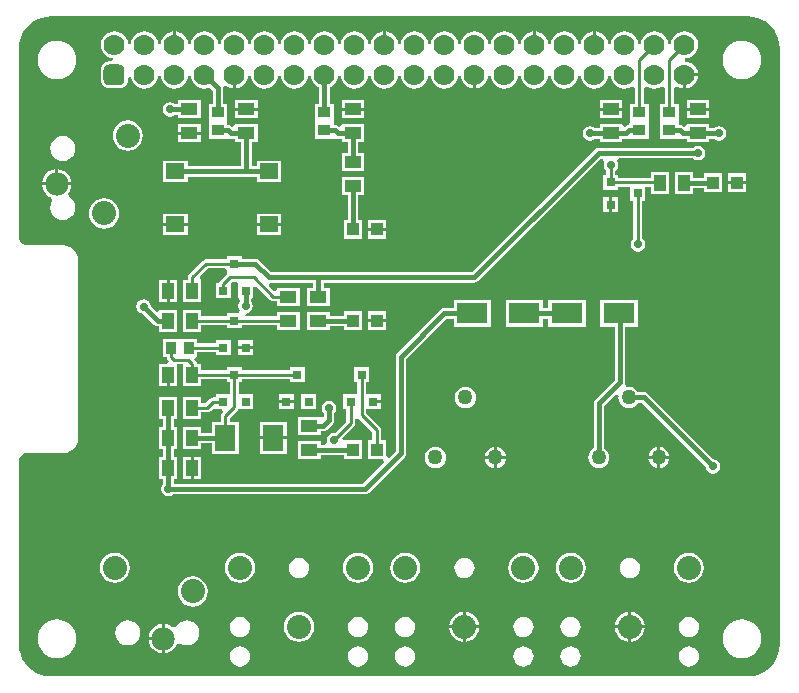
<source format=gtl>
G04*
G04 #@! TF.GenerationSoftware,Altium Limited,Altium Designer,20.2.4 (192)*
G04*
G04 Layer_Physical_Order=1*
G04 Layer_Color=255*
%FSLAX25Y25*%
%MOIN*%
G70*
G04*
G04 #@! TF.SameCoordinates,F9DD2519-DED0-4D21-AB53-5B03216E6D2C*
G04*
G04*
G04 #@! TF.FilePolarity,Positive*
G04*
G01*
G75*
%ADD11C,0.01000*%
%ADD14R,0.03000X0.03000*%
%ADD15R,0.03400X0.04200*%
%ADD16R,0.04000X0.05500*%
%ADD17R,0.10433X0.07087*%
%ADD18R,0.04200X0.03400*%
%ADD19R,0.03000X0.03000*%
%ADD20R,0.05500X0.04000*%
%ADD21R,0.07087X0.08780*%
%ADD22R,0.07087X0.08795*%
%ADD23R,0.03937X0.04331*%
%ADD24R,0.06100X0.05200*%
%ADD39C,0.07800*%
%ADD42C,0.01500*%
%ADD43C,0.05000*%
%ADD44C,0.08000*%
%ADD45C,0.07000*%
G04:AMPARAMS|DCode=46|XSize=70mil|YSize=70mil|CornerRadius=17.5mil|HoleSize=0mil|Usage=FLASHONLY|Rotation=0.000|XOffset=0mil|YOffset=0mil|HoleType=Round|Shape=RoundedRectangle|*
%AMROUNDEDRECTD46*
21,1,0.07000,0.03500,0,0,0.0*
21,1,0.03500,0.07000,0,0,0.0*
1,1,0.03500,0.01750,-0.01750*
1,1,0.03500,-0.01750,-0.01750*
1,1,0.03500,-0.01750,0.01750*
1,1,0.03500,0.01750,0.01750*
%
%ADD46ROUNDEDRECTD46*%
%ADD47C,0.02800*%
G36*
X212807Y19450D02*
X214431Y19060D01*
X215974Y18421D01*
X217398Y17548D01*
X218668Y16463D01*
X219753Y15193D01*
X220625Y13769D01*
X221265Y12226D01*
X221655Y10602D01*
X221784Y8956D01*
X221780Y8937D01*
Y-189882D01*
X221784Y-189901D01*
X221655Y-191547D01*
X221265Y-193171D01*
X220625Y-194714D01*
X219753Y-196138D01*
X218668Y-197408D01*
X217398Y-198493D01*
X215974Y-199366D01*
X214431Y-200005D01*
X212807Y-200395D01*
X211161Y-200524D01*
X211142Y-200520D01*
X-21142D01*
X-21161Y-200524D01*
X-22807Y-200395D01*
X-24431Y-200005D01*
X-25974Y-199366D01*
X-27398Y-198493D01*
X-28668Y-197408D01*
X-29753Y-196138D01*
X-30626Y-194714D01*
X-31265Y-193171D01*
X-31655Y-191547D01*
X-31784Y-189901D01*
X-31780Y-189882D01*
Y-128858D01*
X-31776D01*
X-31682Y-128144D01*
X-31407Y-127478D01*
X-30968Y-126906D01*
X-30396Y-126468D01*
X-29730Y-126192D01*
X-29016Y-126098D01*
Y-126094D01*
X-17205D01*
Y-126115D01*
X-15877Y-125940D01*
X-14639Y-125428D01*
X-13577Y-124612D01*
X-12761Y-123550D01*
X-12249Y-122312D01*
X-12074Y-120984D01*
X-12095Y-120984D01*
Y-61929D01*
X-12074Y-61929D01*
X-12249Y-60601D01*
X-12761Y-59364D01*
X-13577Y-58301D01*
X-14639Y-57486D01*
X-15877Y-56973D01*
X-17205Y-56798D01*
Y-56820D01*
X-17205Y-56820D01*
X-29016D01*
Y-56816D01*
X-29730Y-56722D01*
X-30396Y-56446D01*
X-30968Y-56007D01*
X-31407Y-55436D01*
X-31682Y-54770D01*
X-31776Y-54055D01*
X-31780D01*
Y8937D01*
X-31784Y8956D01*
X-31655Y10602D01*
X-31265Y12226D01*
X-30626Y13769D01*
X-29753Y15193D01*
X-28668Y16463D01*
X-27398Y17548D01*
X-25974Y18421D01*
X-24431Y19060D01*
X-22807Y19450D01*
X-21161Y19579D01*
X-21142Y19576D01*
X211142D01*
X211161Y19579D01*
X212807Y19450D01*
D02*
G37*
%LPC*%
G36*
X190000Y14539D02*
X188825Y14384D01*
X187731Y13931D01*
X186791Y13209D01*
X186069Y12269D01*
X185616Y11175D01*
X185547Y10655D01*
X185504Y10328D01*
X184496D01*
X184453Y10655D01*
X184384Y11175D01*
X183931Y12269D01*
X183209Y13209D01*
X182269Y13931D01*
X181175Y14384D01*
X180000Y14539D01*
X178825Y14384D01*
X177731Y13931D01*
X176791Y13209D01*
X176069Y12269D01*
X175616Y11175D01*
X175547Y10655D01*
X175504Y10328D01*
X174496D01*
X174453Y10655D01*
X174384Y11175D01*
X173931Y12269D01*
X173209Y13209D01*
X172269Y13931D01*
X171175Y14384D01*
X170000Y14539D01*
X168825Y14384D01*
X167731Y13931D01*
X166791Y13209D01*
X166069Y12269D01*
X165616Y11175D01*
X165547Y10655D01*
X165504Y10328D01*
X164496D01*
X164453Y10655D01*
X164384Y11175D01*
X163931Y12269D01*
X163209Y13209D01*
X162269Y13931D01*
X161175Y14384D01*
X160500Y14473D01*
Y10000D01*
X159500D01*
Y14473D01*
X158825Y14384D01*
X157731Y13931D01*
X156791Y13209D01*
X156069Y12269D01*
X155616Y11175D01*
X155547Y10655D01*
X155504Y10328D01*
X154496D01*
X154453Y10655D01*
X154384Y11175D01*
X153931Y12269D01*
X153209Y13209D01*
X152269Y13931D01*
X151175Y14384D01*
X150000Y14539D01*
X148825Y14384D01*
X147731Y13931D01*
X146791Y13209D01*
X146069Y12269D01*
X145616Y11175D01*
X145547Y10655D01*
X145504Y10328D01*
X144496D01*
X144453Y10655D01*
X144384Y11175D01*
X143931Y12269D01*
X143209Y13209D01*
X142269Y13931D01*
X141175Y14384D01*
X140500Y14473D01*
Y10000D01*
X139500D01*
Y14473D01*
X138825Y14384D01*
X137731Y13931D01*
X136791Y13209D01*
X136069Y12269D01*
X135616Y11175D01*
X135547Y10655D01*
X135504Y10328D01*
X134496D01*
X134453Y10655D01*
X134384Y11175D01*
X133931Y12269D01*
X133209Y13209D01*
X132269Y13931D01*
X131175Y14384D01*
X130000Y14539D01*
X128825Y14384D01*
X127731Y13931D01*
X126791Y13209D01*
X126069Y12269D01*
X125616Y11175D01*
X125547Y10655D01*
X125504Y10328D01*
X124496D01*
X124453Y10655D01*
X124384Y11175D01*
X123931Y12269D01*
X123209Y13209D01*
X122269Y13931D01*
X121175Y14384D01*
X120000Y14539D01*
X118825Y14384D01*
X117731Y13931D01*
X116791Y13209D01*
X116069Y12269D01*
X115616Y11175D01*
X115547Y10655D01*
X115504Y10328D01*
X114496D01*
X114453Y10655D01*
X114384Y11175D01*
X113931Y12269D01*
X113209Y13209D01*
X112269Y13931D01*
X111175Y14384D01*
X110000Y14539D01*
X108825Y14384D01*
X107731Y13931D01*
X106791Y13209D01*
X106069Y12269D01*
X105616Y11175D01*
X105547Y10655D01*
X105504Y10328D01*
X104496D01*
X104453Y10655D01*
X104384Y11175D01*
X103931Y12269D01*
X103209Y13209D01*
X102269Y13931D01*
X101175Y14384D01*
X100000Y14539D01*
X98825Y14384D01*
X97731Y13931D01*
X96791Y13209D01*
X96069Y12269D01*
X95616Y11175D01*
X95547Y10655D01*
X95504Y10328D01*
X94496D01*
X94453Y10655D01*
X94384Y11175D01*
X93931Y12269D01*
X93209Y13209D01*
X92269Y13931D01*
X91175Y14384D01*
X90500Y14473D01*
Y10000D01*
X89500D01*
Y14473D01*
X88825Y14384D01*
X87731Y13931D01*
X86791Y13209D01*
X86069Y12269D01*
X85616Y11175D01*
X85547Y10655D01*
X85504Y10328D01*
X84496D01*
X84453Y10655D01*
X84384Y11175D01*
X83931Y12269D01*
X83209Y13209D01*
X82269Y13931D01*
X81175Y14384D01*
X80000Y14539D01*
X78825Y14384D01*
X77731Y13931D01*
X76791Y13209D01*
X76069Y12269D01*
X75616Y11175D01*
X75547Y10655D01*
X75504Y10328D01*
X74496D01*
X74453Y10655D01*
X74384Y11175D01*
X73931Y12269D01*
X73209Y13209D01*
X72269Y13931D01*
X71175Y14384D01*
X70000Y14539D01*
X68825Y14384D01*
X67731Y13931D01*
X66791Y13209D01*
X66069Y12269D01*
X65616Y11175D01*
X65547Y10655D01*
X65504Y10328D01*
X64496D01*
X64453Y10655D01*
X64384Y11175D01*
X63931Y12269D01*
X63209Y13209D01*
X62269Y13931D01*
X61175Y14384D01*
X60000Y14539D01*
X58825Y14384D01*
X57731Y13931D01*
X56791Y13209D01*
X56069Y12269D01*
X55616Y11175D01*
X55547Y10655D01*
X55504Y10328D01*
X54496D01*
X54453Y10655D01*
X54384Y11175D01*
X53931Y12269D01*
X53209Y13209D01*
X52269Y13931D01*
X51175Y14384D01*
X50000Y14539D01*
X48825Y14384D01*
X47731Y13931D01*
X46791Y13209D01*
X46069Y12269D01*
X45616Y11175D01*
X45547Y10655D01*
X45504Y10328D01*
X44496D01*
X44453Y10655D01*
X44384Y11175D01*
X43931Y12269D01*
X43209Y13209D01*
X42269Y13931D01*
X41175Y14384D01*
X40000Y14539D01*
X38825Y14384D01*
X37731Y13931D01*
X36791Y13209D01*
X36069Y12269D01*
X35616Y11175D01*
X35547Y10655D01*
X35504Y10328D01*
X34496D01*
X34453Y10655D01*
X34384Y11175D01*
X33931Y12269D01*
X33209Y13209D01*
X32269Y13931D01*
X31175Y14384D01*
X30000Y14539D01*
X28825Y14384D01*
X27731Y13931D01*
X26791Y13209D01*
X26069Y12269D01*
X25616Y11175D01*
X25547Y10655D01*
X25504Y10328D01*
X24496D01*
X24453Y10655D01*
X24384Y11175D01*
X23931Y12269D01*
X23209Y13209D01*
X22269Y13931D01*
X21175Y14384D01*
X20500Y14473D01*
Y10000D01*
X19500D01*
Y14473D01*
X18825Y14384D01*
X17731Y13931D01*
X16791Y13209D01*
X16069Y12269D01*
X15616Y11175D01*
X15547Y10655D01*
X15504Y10328D01*
X14496D01*
X14453Y10655D01*
X14384Y11175D01*
X13931Y12269D01*
X13209Y13209D01*
X12269Y13931D01*
X11175Y14384D01*
X10000Y14539D01*
X8825Y14384D01*
X7731Y13931D01*
X6791Y13209D01*
X6069Y12269D01*
X5616Y11175D01*
X5547Y10655D01*
X5504Y10328D01*
X4496D01*
X4453Y10655D01*
X4384Y11175D01*
X3931Y12269D01*
X3209Y13209D01*
X2269Y13931D01*
X1175Y14384D01*
X0Y14539D01*
X-1175Y14384D01*
X-2269Y13931D01*
X-3209Y13209D01*
X-3931Y12269D01*
X-4384Y11175D01*
X-4539Y10000D01*
X-4384Y8825D01*
X-3931Y7731D01*
X-3209Y6791D01*
X-2269Y6069D01*
X-1175Y5616D01*
X-499Y5527D01*
X-475Y5524D01*
X-501Y5129D01*
X-501D01*
X-501Y5129D01*
X-1250Y4524D01*
X-1750D01*
X-2468Y4429D01*
X-3137Y4152D01*
X-3711Y3711D01*
X-4152Y3137D01*
X-4429Y2468D01*
X-4524Y1750D01*
Y-1750D01*
X-4429Y-2468D01*
X-4152Y-3137D01*
X-3711Y-3711D01*
X-3137Y-4152D01*
X-2468Y-4429D01*
X-1750Y-4524D01*
X1750D01*
X2468Y-4429D01*
X3137Y-4152D01*
X3711Y-3711D01*
X4152Y-3137D01*
X4429Y-2468D01*
X4524Y-1750D01*
Y-1250D01*
X5129Y-501D01*
X5129Y-501D01*
Y-501D01*
X5524Y-475D01*
X5527Y-499D01*
X5616Y-1175D01*
X6069Y-2269D01*
X6791Y-3209D01*
X7731Y-3931D01*
X8825Y-4384D01*
X10000Y-4539D01*
X11175Y-4384D01*
X12269Y-3931D01*
X13209Y-3209D01*
X13931Y-2269D01*
X14384Y-1175D01*
X14453Y-654D01*
X14496Y-328D01*
X15504D01*
X15547Y-654D01*
X15616Y-1175D01*
X16069Y-2269D01*
X16791Y-3209D01*
X17731Y-3931D01*
X18825Y-4384D01*
X20000Y-4539D01*
X21175Y-4384D01*
X22269Y-3931D01*
X23209Y-3209D01*
X23931Y-2269D01*
X24384Y-1175D01*
X24453Y-654D01*
X24496Y-328D01*
X25504D01*
X25547Y-654D01*
X25616Y-1175D01*
X26069Y-2269D01*
X26791Y-3209D01*
X27731Y-3931D01*
X28825Y-4384D01*
X30000Y-4539D01*
X31175Y-4384D01*
X31660Y-4183D01*
X32716Y-5239D01*
Y-9800D01*
X31400D01*
Y-14800D01*
X31400Y-15800D01*
X31400Y-16200D01*
Y-21200D01*
X37600D01*
Y-21200D01*
X38598Y-21204D01*
X39000Y-21284D01*
X40250D01*
Y-22500D01*
X42216D01*
Y-30358D01*
X24400D01*
Y-28542D01*
X16300D01*
Y-35742D01*
X24400D01*
Y-33926D01*
X47600D01*
Y-35742D01*
X55700D01*
Y-28542D01*
X47600D01*
Y-30358D01*
X45784D01*
Y-22500D01*
X47750D01*
Y-16500D01*
X40250D01*
Y-16812D01*
X39262Y-17238D01*
X38683Y-16851D01*
X38000Y-16716D01*
X37600Y-16316D01*
X37600Y-15200D01*
X37600Y-14800D01*
Y-9800D01*
X36284D01*
Y-4500D01*
X36186Y-4006D01*
X36673Y-3543D01*
X37002Y-3371D01*
X37731Y-3931D01*
X38825Y-4384D01*
X39500Y-4473D01*
Y0D01*
X40500D01*
Y-4473D01*
X41175Y-4384D01*
X42269Y-3931D01*
X43209Y-3209D01*
X43931Y-2269D01*
X44384Y-1175D01*
X44453Y-654D01*
X44496Y-328D01*
X45504D01*
X45547Y-654D01*
X45616Y-1175D01*
X46069Y-2269D01*
X46791Y-3209D01*
X47731Y-3931D01*
X48825Y-4384D01*
X50000Y-4539D01*
X51175Y-4384D01*
X52269Y-3931D01*
X53209Y-3209D01*
X53931Y-2269D01*
X54384Y-1175D01*
X54453Y-654D01*
X54496Y-328D01*
X55504D01*
X55547Y-654D01*
X55616Y-1175D01*
X56069Y-2269D01*
X56791Y-3209D01*
X57731Y-3931D01*
X58825Y-4384D01*
X60000Y-4539D01*
X61175Y-4384D01*
X62269Y-3931D01*
X63209Y-3209D01*
X63931Y-2269D01*
X64384Y-1175D01*
X64453Y-654D01*
X64496Y-328D01*
X65504D01*
X65547Y-654D01*
X65616Y-1175D01*
X66069Y-2269D01*
X66791Y-3209D01*
X67731Y-3931D01*
X68216Y-4132D01*
Y-9800D01*
X66900D01*
Y-14800D01*
X66900Y-15800D01*
X66900Y-16200D01*
Y-21200D01*
X73100D01*
Y-21200D01*
X74098Y-21204D01*
X74500Y-21284D01*
X75750D01*
Y-22500D01*
X77716D01*
Y-26000D01*
X75750D01*
Y-32000D01*
X83250D01*
Y-26000D01*
X81284D01*
Y-22500D01*
X83250D01*
Y-16500D01*
X75750D01*
Y-16812D01*
X74762Y-17238D01*
X74183Y-16851D01*
X73500Y-16716D01*
X73100Y-16316D01*
X73100Y-15200D01*
X73100Y-14800D01*
Y-9800D01*
X71784D01*
Y-4132D01*
X72269Y-3931D01*
X73209Y-3209D01*
X73931Y-2269D01*
X74384Y-1175D01*
X74453Y-654D01*
X74496Y-328D01*
X75504D01*
X75547Y-654D01*
X75616Y-1175D01*
X76069Y-2269D01*
X76791Y-3209D01*
X77731Y-3931D01*
X78825Y-4384D01*
X80000Y-4539D01*
X81175Y-4384D01*
X82269Y-3931D01*
X83209Y-3209D01*
X83931Y-2269D01*
X84384Y-1175D01*
X84453Y-654D01*
X84496Y-328D01*
X85504D01*
X85547Y-654D01*
X85616Y-1175D01*
X86069Y-2269D01*
X86791Y-3209D01*
X87731Y-3931D01*
X88825Y-4384D01*
X90000Y-4539D01*
X91175Y-4384D01*
X92269Y-3931D01*
X93209Y-3209D01*
X93931Y-2269D01*
X94384Y-1175D01*
X94453Y-654D01*
X94496Y-328D01*
X95504D01*
X95547Y-654D01*
X95616Y-1175D01*
X96069Y-2269D01*
X96791Y-3209D01*
X97731Y-3931D01*
X98825Y-4384D01*
X100000Y-4539D01*
X101175Y-4384D01*
X102269Y-3931D01*
X103209Y-3209D01*
X103931Y-2269D01*
X104384Y-1175D01*
X104453Y-654D01*
X104496Y-328D01*
X105504D01*
X105547Y-654D01*
X105616Y-1175D01*
X106069Y-2269D01*
X106791Y-3209D01*
X107731Y-3931D01*
X108825Y-4384D01*
X110000Y-4539D01*
X111175Y-4384D01*
X112269Y-3931D01*
X113209Y-3209D01*
X113931Y-2269D01*
X114384Y-1175D01*
X114453Y-654D01*
X114496Y-328D01*
X115504D01*
X115547Y-654D01*
X115616Y-1175D01*
X116069Y-2269D01*
X116791Y-3209D01*
X117731Y-3931D01*
X118825Y-4384D01*
X119500Y-4473D01*
Y0D01*
X120500D01*
Y-4473D01*
X121175Y-4384D01*
X122269Y-3931D01*
X123209Y-3209D01*
X123931Y-2269D01*
X124384Y-1175D01*
X124453Y-654D01*
X124496Y-328D01*
X125504D01*
X125547Y-654D01*
X125616Y-1175D01*
X126069Y-2269D01*
X126791Y-3209D01*
X127731Y-3931D01*
X128825Y-4384D01*
X130000Y-4539D01*
X131175Y-4384D01*
X132269Y-3931D01*
X133209Y-3209D01*
X133931Y-2269D01*
X134384Y-1175D01*
X134453Y-654D01*
X134496Y-328D01*
X135504D01*
X135547Y-654D01*
X135616Y-1175D01*
X136069Y-2269D01*
X136791Y-3209D01*
X137731Y-3931D01*
X138825Y-4384D01*
X140000Y-4539D01*
X141175Y-4384D01*
X142269Y-3931D01*
X143209Y-3209D01*
X143931Y-2269D01*
X144384Y-1175D01*
X144453Y-654D01*
X144496Y-328D01*
X145504D01*
X145547Y-654D01*
X145616Y-1175D01*
X146069Y-2269D01*
X146791Y-3209D01*
X147731Y-3931D01*
X148825Y-4384D01*
X150000Y-4539D01*
X151175Y-4384D01*
X152269Y-3931D01*
X153209Y-3209D01*
X153931Y-2269D01*
X154384Y-1175D01*
X154453Y-654D01*
X154496Y-328D01*
X155504D01*
X155547Y-654D01*
X155616Y-1175D01*
X156069Y-2269D01*
X156791Y-3209D01*
X157731Y-3931D01*
X158825Y-4384D01*
X160000Y-4539D01*
X161175Y-4384D01*
X162269Y-3931D01*
X163209Y-3209D01*
X163931Y-2269D01*
X164384Y-1175D01*
X164453Y-654D01*
X164496Y-328D01*
X165504D01*
X165547Y-654D01*
X165616Y-1175D01*
X166069Y-2269D01*
X166791Y-3209D01*
X167731Y-3931D01*
X168825Y-4384D01*
X170000Y-4539D01*
X171175Y-4384D01*
X172269Y-3931D01*
X172471Y-3776D01*
X173471Y-4270D01*
Y-9800D01*
X171900D01*
Y-14800D01*
X171900Y-15800D01*
X171500Y-16716D01*
X170817Y-16851D01*
X170238Y-17238D01*
X170238Y-17238D01*
X169250Y-16812D01*
Y-16500D01*
X161750D01*
Y-17716D01*
X160150D01*
X159436Y-17239D01*
X158500Y-17053D01*
X157564Y-17239D01*
X156770Y-17770D01*
X156239Y-18564D01*
X156053Y-19500D01*
X156239Y-20436D01*
X156770Y-21230D01*
X157564Y-21761D01*
X158500Y-21947D01*
X159436Y-21761D01*
X160150Y-21284D01*
X161750D01*
Y-22500D01*
X169250D01*
Y-21284D01*
X170500D01*
X170902Y-21204D01*
X171900Y-21200D01*
Y-21200D01*
X178100D01*
Y-16200D01*
X178100Y-15200D01*
X178100Y-14800D01*
Y-9800D01*
X176529D01*
Y-4270D01*
X177529Y-3776D01*
X177731Y-3931D01*
X178825Y-4384D01*
X180000Y-4539D01*
X181175Y-4384D01*
X182269Y-3931D01*
X182471Y-3776D01*
X183471Y-4270D01*
Y-9800D01*
X181900D01*
Y-14800D01*
X181900Y-15800D01*
X181900Y-16200D01*
Y-21200D01*
X188100D01*
Y-21200D01*
X189098Y-21204D01*
X189500Y-21284D01*
X190750D01*
Y-22500D01*
X198250D01*
Y-21284D01*
X199850D01*
X200564Y-21761D01*
X201500Y-21947D01*
X202436Y-21761D01*
X203230Y-21230D01*
X203761Y-20436D01*
X203947Y-19500D01*
X203761Y-18564D01*
X203230Y-17770D01*
X202436Y-17239D01*
X201500Y-17053D01*
X200564Y-17239D01*
X199850Y-17716D01*
X198250D01*
Y-16500D01*
X190750D01*
Y-16812D01*
X189762Y-17238D01*
X189183Y-16851D01*
X188500Y-16716D01*
X188100Y-16316D01*
X188100Y-15200D01*
X188100Y-14800D01*
Y-9800D01*
X186529D01*
Y-4270D01*
X187529Y-3776D01*
X187731Y-3931D01*
X188825Y-4384D01*
X189500Y-4473D01*
Y0D01*
X190000D01*
Y500D01*
X194473D01*
X194384Y1175D01*
X193931Y2269D01*
X193209Y3209D01*
X192269Y3931D01*
X191175Y4384D01*
X190655Y4453D01*
X190328Y4496D01*
Y5504D01*
X190655Y5547D01*
X191175Y5616D01*
X192269Y6069D01*
X193209Y6791D01*
X193931Y7731D01*
X194384Y8825D01*
X194539Y10000D01*
X194384Y11175D01*
X193931Y12269D01*
X193209Y13209D01*
X192269Y13931D01*
X191175Y14384D01*
X190000Y14539D01*
D02*
G37*
G36*
X209173Y11444D02*
X207916Y11321D01*
X206707Y10954D01*
X205593Y10358D01*
X204616Y9557D01*
X203815Y8580D01*
X203219Y7466D01*
X202853Y6257D01*
X202729Y5000D01*
X202853Y3743D01*
X203219Y2534D01*
X203815Y1420D01*
X204616Y443D01*
X205593Y-358D01*
X206707Y-954D01*
X207916Y-1321D01*
X209173Y-1444D01*
X210431Y-1321D01*
X211639Y-954D01*
X212754Y-358D01*
X213730Y443D01*
X214532Y1420D01*
X215127Y2534D01*
X215494Y3743D01*
X215618Y5000D01*
X215494Y6257D01*
X215127Y7466D01*
X214532Y8580D01*
X213730Y9557D01*
X212754Y10358D01*
X211639Y10954D01*
X210431Y11321D01*
X209173Y11444D01*
D02*
G37*
G36*
X-19173D02*
X-20430Y11321D01*
X-21639Y10954D01*
X-22754Y10358D01*
X-23730Y9557D01*
X-24532Y8580D01*
X-25127Y7466D01*
X-25494Y6257D01*
X-25618Y5000D01*
X-25494Y3743D01*
X-25127Y2534D01*
X-24532Y1420D01*
X-23730Y443D01*
X-22754Y-358D01*
X-21639Y-954D01*
X-20430Y-1321D01*
X-19173Y-1444D01*
X-17916Y-1321D01*
X-16707Y-954D01*
X-15593Y-358D01*
X-14616Y443D01*
X-13815Y1420D01*
X-13219Y2534D01*
X-12853Y3743D01*
X-12729Y5000D01*
X-12853Y6257D01*
X-13219Y7466D01*
X-13815Y8580D01*
X-14616Y9557D01*
X-15593Y10358D01*
X-16707Y10954D01*
X-17916Y11321D01*
X-19173Y11444D01*
D02*
G37*
G36*
X194473Y-500D02*
X190500D01*
Y-4473D01*
X191175Y-4384D01*
X192269Y-3931D01*
X193209Y-3209D01*
X193931Y-2269D01*
X194384Y-1175D01*
X194473Y-500D01*
D02*
G37*
G36*
X28750Y-8500D02*
X21250D01*
Y-9716D01*
X20150D01*
X19436Y-9239D01*
X18500Y-9053D01*
X17564Y-9239D01*
X16770Y-9770D01*
X16239Y-10564D01*
X16053Y-11500D01*
X16239Y-12436D01*
X16770Y-13230D01*
X17564Y-13761D01*
X18500Y-13947D01*
X19436Y-13761D01*
X20150Y-13284D01*
X21250D01*
Y-14500D01*
X28750D01*
Y-8500D01*
D02*
G37*
G36*
X198250D02*
X190750D01*
Y-11000D01*
X198250D01*
Y-8500D01*
D02*
G37*
G36*
X169250D02*
X161750D01*
Y-11000D01*
X169250D01*
Y-8500D01*
D02*
G37*
G36*
X83250D02*
X75750D01*
Y-11000D01*
X83250D01*
Y-8500D01*
D02*
G37*
G36*
X47750D02*
X40250D01*
Y-11000D01*
X47750D01*
Y-8500D01*
D02*
G37*
G36*
X198250Y-12000D02*
X190750D01*
Y-14500D01*
X198250D01*
Y-12000D01*
D02*
G37*
G36*
X169250D02*
X161750D01*
Y-14500D01*
X169250D01*
Y-12000D01*
D02*
G37*
G36*
X83250D02*
X75750D01*
Y-14500D01*
X83250D01*
Y-12000D01*
D02*
G37*
G36*
X47750D02*
X40250D01*
Y-14500D01*
X47750D01*
Y-12000D01*
D02*
G37*
G36*
X28750Y-16500D02*
X21250D01*
Y-19000D01*
X25000D01*
X28750D01*
Y-16500D01*
D02*
G37*
G36*
Y-20000D02*
X25000D01*
X21250D01*
Y-22500D01*
X28750D01*
Y-20000D01*
D02*
G37*
G36*
X4449Y-15154D02*
X3144Y-15326D01*
X1927Y-15829D01*
X883Y-16631D01*
X81Y-17675D01*
X-422Y-18892D01*
X-594Y-20197D01*
X-422Y-21502D01*
X81Y-22718D01*
X883Y-23763D01*
X1927Y-24564D01*
X3144Y-25068D01*
X4449Y-25240D01*
X5754Y-25068D01*
X6970Y-24564D01*
X8015Y-23763D01*
X8816Y-22718D01*
X9320Y-21502D01*
X9492Y-20197D01*
X9320Y-18892D01*
X8816Y-17675D01*
X8015Y-16631D01*
X6970Y-15829D01*
X5754Y-15326D01*
X4449Y-15154D01*
D02*
G37*
G36*
X194500Y-23553D02*
X193564Y-23739D01*
X192850Y-24216D01*
X161500D01*
X160817Y-24351D01*
X160238Y-24738D01*
X160238Y-24738D01*
X119261Y-65716D01*
X52239D01*
X48262Y-61738D01*
X47683Y-61352D01*
X47000Y-61216D01*
X42500D01*
Y-60500D01*
X37500D01*
Y-61471D01*
X30500D01*
X29915Y-61587D01*
X29419Y-61919D01*
X24919Y-66419D01*
X24587Y-66915D01*
X24471Y-67500D01*
Y-68250D01*
X23000D01*
Y-75750D01*
X29000D01*
Y-68250D01*
X28827D01*
X28413Y-67250D01*
X31133Y-64529D01*
X36793D01*
X37445Y-65181D01*
X37494Y-65529D01*
X37487Y-65609D01*
X37385Y-66452D01*
X35169Y-68669D01*
X34837Y-69165D01*
X34770Y-69500D01*
X33750D01*
Y-74500D01*
X38750D01*
Y-69500D01*
X39555Y-69029D01*
X40445D01*
X41250Y-69500D01*
X41250Y-70029D01*
Y-74500D01*
X41576D01*
X41866Y-75500D01*
X41489Y-76064D01*
X41303Y-77000D01*
X41489Y-77936D01*
X41866Y-78500D01*
X41582Y-79295D01*
X41423Y-79500D01*
X37500D01*
Y-80471D01*
X29000D01*
Y-78250D01*
X23000D01*
Y-85750D01*
X29000D01*
Y-83529D01*
X37500D01*
Y-84500D01*
X42500D01*
Y-83529D01*
X54250D01*
Y-85000D01*
X61750D01*
Y-79000D01*
X54250D01*
Y-80471D01*
X43707D01*
X43683Y-80402D01*
X43686Y-80353D01*
X44361Y-79325D01*
X44686Y-79261D01*
X45480Y-78730D01*
X46011Y-77936D01*
X46197Y-77000D01*
X46011Y-76064D01*
X45634Y-75500D01*
X45924Y-74500D01*
X46250D01*
Y-70827D01*
X47250Y-70413D01*
X51919Y-75081D01*
X52415Y-75413D01*
X53000Y-75529D01*
X54250D01*
Y-77000D01*
X61750D01*
Y-71000D01*
X54250D01*
Y-71673D01*
X53250Y-72087D01*
X51410Y-70247D01*
X51861Y-69284D01*
X66216D01*
Y-71000D01*
X64250D01*
Y-77000D01*
X71750D01*
Y-71000D01*
X69784D01*
Y-69284D01*
X120000D01*
X120683Y-69148D01*
X121262Y-68762D01*
X161988Y-28036D01*
X162762Y-28117D01*
X163239Y-29064D01*
X163053Y-30000D01*
X163239Y-30936D01*
X163770Y-31730D01*
X163971Y-31865D01*
Y-33250D01*
X163000D01*
Y-38250D01*
X168000D01*
Y-37279D01*
X172000D01*
Y-42000D01*
X172971D01*
Y-54636D01*
X172770Y-54770D01*
X172239Y-55564D01*
X172053Y-56500D01*
X172239Y-57436D01*
X172770Y-58230D01*
X173564Y-58761D01*
X174500Y-58947D01*
X175436Y-58761D01*
X176230Y-58230D01*
X176761Y-57436D01*
X176947Y-56500D01*
X176761Y-55564D01*
X176230Y-54770D01*
X176029Y-54636D01*
Y-42000D01*
X177000D01*
Y-37279D01*
X179000D01*
Y-39750D01*
X185000D01*
Y-32250D01*
X179000D01*
Y-34221D01*
X168000D01*
Y-33250D01*
X167029D01*
Y-31865D01*
X167230Y-31730D01*
X167761Y-30936D01*
X167947Y-30000D01*
X167761Y-29064D01*
X167574Y-28784D01*
X168109Y-27784D01*
X192850D01*
X193564Y-28261D01*
X194500Y-28447D01*
X195436Y-28261D01*
X196230Y-27730D01*
X196761Y-26936D01*
X196947Y-26000D01*
X196761Y-25064D01*
X196230Y-24270D01*
X195436Y-23739D01*
X194500Y-23553D01*
D02*
G37*
G36*
X-17205Y-20342D02*
X-18288Y-20484D01*
X-19298Y-20902D01*
X-20165Y-21568D01*
X-20830Y-22435D01*
X-21248Y-23444D01*
X-21391Y-24528D01*
X-21248Y-25611D01*
X-20830Y-26621D01*
X-20165Y-27487D01*
X-19298Y-28153D01*
X-18288Y-28571D01*
X-17205Y-28713D01*
X-16121Y-28571D01*
X-15112Y-28153D01*
X-14245Y-27487D01*
X-13580Y-26621D01*
X-13161Y-25611D01*
X-13019Y-24528D01*
X-13161Y-23444D01*
X-13580Y-22435D01*
X-14245Y-21568D01*
X-15112Y-20902D01*
X-16121Y-20484D01*
X-17205Y-20342D01*
D02*
G37*
G36*
X210405Y-32835D02*
X204468D01*
Y-35500D01*
X207437D01*
X210405D01*
Y-32835D01*
D02*
G37*
G36*
X-18673Y-31462D02*
Y-35839D01*
X-14297D01*
X-14399Y-35059D01*
X-14893Y-33867D01*
X-15678Y-32844D01*
X-16702Y-32058D01*
X-17894Y-31565D01*
X-18673Y-31462D01*
D02*
G37*
G36*
X-19673D02*
X-20452Y-31565D01*
X-21644Y-32058D01*
X-22668Y-32844D01*
X-23453Y-33867D01*
X-23947Y-35059D01*
X-24050Y-35839D01*
X-19673D01*
Y-31462D01*
D02*
G37*
G36*
X210405Y-36500D02*
X207437D01*
X204468D01*
Y-39165D01*
X210405D01*
Y-36500D01*
D02*
G37*
G36*
X193000Y-32250D02*
X187000D01*
Y-39750D01*
X193000D01*
Y-37784D01*
X196595D01*
Y-39165D01*
X202532D01*
Y-32835D01*
X196595D01*
Y-34216D01*
X193000D01*
Y-32250D01*
D02*
G37*
G36*
X168000Y-40750D02*
X166000D01*
Y-43250D01*
Y-45750D01*
X168000D01*
Y-40750D01*
D02*
G37*
G36*
X165000D02*
X163000D01*
Y-45750D01*
X165000D01*
Y-43250D01*
Y-40750D01*
D02*
G37*
G36*
X-14297Y-36839D02*
X-19173D01*
X-24050D01*
X-23947Y-37618D01*
X-23453Y-38810D01*
X-22668Y-39833D01*
X-21644Y-40619D01*
X-21109Y-40841D01*
X-20766Y-42036D01*
X-20830Y-42120D01*
X-21248Y-43129D01*
X-21391Y-44213D01*
X-21248Y-45296D01*
X-20830Y-46306D01*
X-20165Y-47172D01*
X-19298Y-47838D01*
X-18288Y-48256D01*
X-17205Y-48398D01*
X-16121Y-48256D01*
X-15112Y-47838D01*
X-14245Y-47172D01*
X-13580Y-46306D01*
X-13161Y-45296D01*
X-13019Y-44213D01*
X-13161Y-43129D01*
X-13580Y-42120D01*
X-14245Y-41253D01*
X-15067Y-40622D01*
X-15132Y-40553D01*
X-15351Y-39406D01*
X-14893Y-38810D01*
X-14399Y-37618D01*
X-14297Y-36839D01*
D02*
G37*
G36*
X55700Y-46258D02*
X47600D01*
Y-49358D01*
X51650D01*
X55700D01*
Y-46258D01*
D02*
G37*
G36*
X24400D02*
X16300D01*
Y-49358D01*
X20350D01*
X24400D01*
Y-46258D01*
D02*
G37*
G36*
X90405Y-48335D02*
X84469D01*
Y-51000D01*
X87437D01*
X90405D01*
Y-48335D01*
D02*
G37*
G36*
X-3425Y-41138D02*
X-4730Y-41310D01*
X-5947Y-41814D01*
X-6991Y-42615D01*
X-7793Y-43659D01*
X-8297Y-44876D01*
X-8468Y-46181D01*
X-8297Y-47486D01*
X-7793Y-48703D01*
X-6991Y-49747D01*
X-5947Y-50549D01*
X-4730Y-51052D01*
X-3425Y-51224D01*
X-2120Y-51052D01*
X-904Y-50549D01*
X141Y-49747D01*
X942Y-48703D01*
X1446Y-47486D01*
X1618Y-46181D01*
X1446Y-44876D01*
X942Y-43659D01*
X141Y-42615D01*
X-904Y-41814D01*
X-2120Y-41310D01*
X-3425Y-41138D01*
D02*
G37*
G36*
X55700Y-50358D02*
X51650D01*
X47600D01*
Y-53458D01*
X55700D01*
Y-50358D01*
D02*
G37*
G36*
X24400D02*
X20350D01*
X16300D01*
Y-53458D01*
X24400D01*
Y-50358D01*
D02*
G37*
G36*
X90405Y-52000D02*
X87437D01*
X84469D01*
Y-54665D01*
X90405D01*
Y-52000D01*
D02*
G37*
G36*
X83250Y-34000D02*
X75750D01*
Y-40000D01*
X77716D01*
Y-48335D01*
X76595D01*
Y-54665D01*
X82531D01*
Y-48335D01*
X81284D01*
Y-40000D01*
X83250D01*
Y-34000D01*
D02*
G37*
G36*
X21000Y-68250D02*
X18500D01*
Y-72000D01*
Y-75750D01*
X21000D01*
Y-68250D01*
D02*
G37*
G36*
X17500D02*
X15000D01*
Y-75750D01*
X17500D01*
Y-72000D01*
Y-68250D01*
D02*
G37*
G36*
X157055Y-74957D02*
X144622D01*
Y-77716D01*
X142878D01*
Y-74957D01*
X130445D01*
Y-84043D01*
X142878D01*
Y-81284D01*
X144622D01*
Y-84043D01*
X157055D01*
Y-74957D01*
D02*
G37*
G36*
X125555D02*
X113122D01*
Y-77716D01*
X110000D01*
X110000Y-77716D01*
X109317Y-77851D01*
X108738Y-78238D01*
X108738Y-78238D01*
X94238Y-92738D01*
X93852Y-93317D01*
X93716Y-94000D01*
Y-125261D01*
X91405Y-127571D01*
X90405Y-127157D01*
Y-121835D01*
X88966D01*
Y-118437D01*
X88850Y-117852D01*
X88518Y-117356D01*
X84029Y-112866D01*
Y-111500D01*
X88750D01*
Y-109500D01*
X86250D01*
Y-108500D01*
X88750D01*
Y-106500D01*
X84029D01*
Y-102500D01*
X85000D01*
Y-97500D01*
X80000D01*
Y-102500D01*
X80971D01*
Y-106500D01*
X76250D01*
Y-111500D01*
X77221D01*
Y-115558D01*
X73457Y-119321D01*
X73220Y-119273D01*
X72284Y-119460D01*
X71490Y-119990D01*
X70960Y-120784D01*
X70774Y-121721D01*
X70872Y-122216D01*
X70222Y-123216D01*
X68750D01*
Y-122000D01*
X61250D01*
Y-128000D01*
X68750D01*
Y-126784D01*
X76595D01*
Y-128165D01*
X82531D01*
Y-121835D01*
X76683D01*
X76039Y-121065D01*
X79831Y-117272D01*
X80163Y-116776D01*
X80279Y-116191D01*
Y-114676D01*
X81279Y-114373D01*
X81419Y-114581D01*
X85908Y-119070D01*
Y-121835D01*
X84469D01*
Y-128165D01*
X89397D01*
X89811Y-129165D01*
X82761Y-136216D01*
X19784D01*
Y-134750D01*
X21000D01*
Y-127250D01*
X19784D01*
Y-124750D01*
X21000D01*
Y-117250D01*
X19784D01*
Y-114750D01*
X21000D01*
Y-107250D01*
X15000D01*
Y-114750D01*
X16216D01*
Y-117250D01*
X15000D01*
Y-124750D01*
X16216D01*
Y-127250D01*
X15000D01*
Y-134750D01*
X16216D01*
Y-136351D01*
X15739Y-137064D01*
X15553Y-138000D01*
X15739Y-138936D01*
X16270Y-139730D01*
X17064Y-140261D01*
X18000Y-140447D01*
X18936Y-140261D01*
X19649Y-139784D01*
X83500D01*
X84183Y-139648D01*
X84762Y-139262D01*
X96762Y-127262D01*
X96762Y-127262D01*
X97149Y-126683D01*
X97284Y-126000D01*
Y-94739D01*
X110739Y-81284D01*
X113122D01*
Y-84043D01*
X125555D01*
Y-74957D01*
D02*
G37*
G36*
X82531Y-78835D02*
X76595D01*
Y-80216D01*
X71750D01*
Y-79000D01*
X64250D01*
Y-85000D01*
X71750D01*
Y-83784D01*
X76595D01*
Y-85165D01*
X82531D01*
Y-78835D01*
D02*
G37*
G36*
X90405D02*
X84469D01*
Y-81500D01*
X87437D01*
X90405D01*
Y-78835D01*
D02*
G37*
G36*
Y-82500D02*
X87437D01*
X84469D01*
Y-85165D01*
X90405D01*
Y-82500D01*
D02*
G37*
G36*
X9750Y-74803D02*
X8814Y-74989D01*
X8020Y-75520D01*
X7489Y-76314D01*
X7303Y-77250D01*
X7489Y-78186D01*
X8020Y-78980D01*
X8814Y-79511D01*
X9655Y-79678D01*
X13238Y-83262D01*
X13238Y-83262D01*
X13817Y-83649D01*
X14500Y-83784D01*
X15000D01*
Y-85750D01*
X21000D01*
Y-78250D01*
X15000D01*
Y-78670D01*
X14076Y-79053D01*
X12178Y-77155D01*
X12011Y-76314D01*
X11480Y-75520D01*
X10686Y-74989D01*
X9750Y-74803D01*
D02*
G37*
G36*
X46250Y-88500D02*
X41250D01*
Y-90500D01*
X43750D01*
X46250D01*
Y-88500D01*
D02*
G37*
G36*
Y-91500D02*
X43750D01*
X41250D01*
Y-93500D01*
X46250D01*
Y-91500D01*
D02*
G37*
G36*
X21700Y-87900D02*
Y-87900D01*
X21329Y-87900D01*
X16300D01*
Y-94100D01*
X17491D01*
X17587Y-94585D01*
X17919Y-95081D01*
X18087Y-95250D01*
X17673Y-96250D01*
X15000D01*
Y-103750D01*
X17500D01*
Y-100000D01*
X18500D01*
Y-103750D01*
X21000D01*
Y-96529D01*
X23000D01*
Y-103750D01*
X29000D01*
Y-101529D01*
X37500D01*
Y-102500D01*
X38471D01*
Y-106500D01*
X33750D01*
Y-107471D01*
X33000D01*
X32415Y-107587D01*
X31919Y-107919D01*
X30367Y-109471D01*
X29000D01*
Y-107250D01*
X23000D01*
Y-114750D01*
X29000D01*
Y-112529D01*
X31000D01*
X31585Y-112413D01*
X32081Y-112081D01*
X32750Y-111413D01*
X33750Y-111500D01*
Y-111500D01*
X35755D01*
X36138Y-112424D01*
X35919Y-112643D01*
X35587Y-113140D01*
X35471Y-113725D01*
Y-115610D01*
X32457D01*
Y-119216D01*
X29000D01*
Y-117250D01*
X23000D01*
Y-124750D01*
X29000D01*
Y-122784D01*
X32457D01*
Y-126390D01*
X41543D01*
Y-115610D01*
X38529D01*
Y-114358D01*
X41081Y-111806D01*
X41286Y-111500D01*
X46250D01*
Y-106500D01*
X41529D01*
Y-102500D01*
X42500D01*
Y-101529D01*
X58500D01*
Y-102500D01*
X63500D01*
Y-97500D01*
X58500D01*
Y-98471D01*
X42500D01*
Y-97500D01*
X37500D01*
Y-98471D01*
X29000D01*
Y-96250D01*
X27480D01*
X27413Y-95915D01*
X27081Y-95419D01*
X26687Y-95024D01*
X27070Y-94100D01*
X27700D01*
Y-92529D01*
X33750D01*
Y-93500D01*
X38750D01*
Y-88500D01*
X33750D01*
Y-89471D01*
X27700D01*
Y-87900D01*
X22671D01*
X22300Y-87900D01*
Y-87900D01*
X21700D01*
D02*
G37*
G36*
X59750Y-106500D02*
X54750D01*
Y-108500D01*
X57250D01*
X59750D01*
Y-106500D01*
D02*
G37*
G36*
X117000Y-103970D02*
X116086Y-104090D01*
X115235Y-104443D01*
X114504Y-105004D01*
X113943Y-105735D01*
X113590Y-106586D01*
X113470Y-107500D01*
X113590Y-108414D01*
X113943Y-109265D01*
X114504Y-109996D01*
X115235Y-110557D01*
X116086Y-110910D01*
X117000Y-111030D01*
X117914Y-110910D01*
X118765Y-110557D01*
X119496Y-109996D01*
X120057Y-109265D01*
X120410Y-108414D01*
X120530Y-107500D01*
X120410Y-106586D01*
X120057Y-105735D01*
X119496Y-105004D01*
X118765Y-104443D01*
X117914Y-104090D01*
X117000Y-103970D01*
D02*
G37*
G36*
X67250Y-106500D02*
X62250D01*
Y-111500D01*
X67250D01*
Y-106500D01*
D02*
G37*
G36*
X59750Y-109500D02*
X57250D01*
X54750D01*
Y-111500D01*
X59750D01*
Y-109500D01*
D02*
G37*
G36*
X71500Y-108553D02*
X70564Y-108739D01*
X69770Y-109270D01*
X69239Y-110064D01*
X69053Y-111000D01*
X69239Y-111936D01*
X69716Y-112650D01*
Y-113917D01*
X68750Y-114000D01*
Y-114000D01*
X61250D01*
Y-120000D01*
X68750D01*
Y-118784D01*
X69500D01*
X70183Y-118649D01*
X70762Y-118262D01*
X72762Y-116262D01*
X72762Y-116262D01*
X73149Y-115683D01*
X73284Y-115000D01*
X73284Y-115000D01*
Y-112650D01*
X73761Y-111936D01*
X73947Y-111000D01*
X73761Y-110064D01*
X73230Y-109270D01*
X72436Y-108739D01*
X71500Y-108553D01*
D02*
G37*
G36*
X57543Y-115602D02*
X48457D01*
Y-120500D01*
X57543D01*
Y-115602D01*
D02*
G37*
G36*
Y-121500D02*
X48457D01*
Y-126398D01*
X57543D01*
Y-121500D01*
D02*
G37*
G36*
X127500Y-124036D02*
Y-127000D01*
X130464D01*
X130410Y-126586D01*
X130057Y-125735D01*
X129496Y-125004D01*
X128765Y-124443D01*
X127914Y-124090D01*
X127500Y-124036D01*
D02*
G37*
G36*
X182000D02*
Y-127000D01*
X184964D01*
X184910Y-126586D01*
X184557Y-125735D01*
X183996Y-125004D01*
X183265Y-124443D01*
X182414Y-124090D01*
X182000Y-124036D01*
D02*
G37*
G36*
X126500Y-124036D02*
X126086Y-124090D01*
X125235Y-124443D01*
X124504Y-125004D01*
X123943Y-125735D01*
X123590Y-126586D01*
X123536Y-127000D01*
X126500D01*
Y-124036D01*
D02*
G37*
G36*
X181000D02*
X180586Y-124090D01*
X179735Y-124443D01*
X179004Y-125004D01*
X178443Y-125735D01*
X178090Y-126586D01*
X178036Y-127000D01*
X181000D01*
Y-124036D01*
D02*
G37*
G36*
X184964Y-128000D02*
X182000D01*
Y-130964D01*
X182414Y-130910D01*
X183265Y-130557D01*
X183996Y-129996D01*
X184557Y-129265D01*
X184910Y-128414D01*
X184964Y-128000D01*
D02*
G37*
G36*
X130464D02*
X127500D01*
Y-130964D01*
X127914Y-130910D01*
X128765Y-130557D01*
X129496Y-129996D01*
X130057Y-129265D01*
X130410Y-128414D01*
X130464Y-128000D01*
D02*
G37*
G36*
X181000D02*
X178036D01*
X178090Y-128414D01*
X178443Y-129265D01*
X179004Y-129996D01*
X179735Y-130557D01*
X180586Y-130910D01*
X181000Y-130964D01*
Y-128000D01*
D02*
G37*
G36*
X126500D02*
X123536D01*
X123590Y-128414D01*
X123943Y-129265D01*
X124504Y-129996D01*
X125235Y-130557D01*
X126086Y-130910D01*
X126500Y-130964D01*
Y-128000D01*
D02*
G37*
G36*
X107000Y-123970D02*
X106086Y-124090D01*
X105235Y-124443D01*
X104504Y-125004D01*
X103943Y-125735D01*
X103590Y-126586D01*
X103470Y-127500D01*
X103590Y-128414D01*
X103943Y-129265D01*
X104504Y-129996D01*
X105235Y-130557D01*
X106086Y-130910D01*
X107000Y-131030D01*
X107914Y-130910D01*
X108765Y-130557D01*
X109496Y-129996D01*
X110057Y-129265D01*
X110410Y-128414D01*
X110530Y-127500D01*
X110410Y-126586D01*
X110057Y-125735D01*
X109496Y-125004D01*
X108765Y-124443D01*
X107914Y-124090D01*
X107000Y-123970D01*
D02*
G37*
G36*
X174378Y-74957D02*
X161945D01*
Y-84043D01*
X166716D01*
Y-101761D01*
X160238Y-108238D01*
X159852Y-108817D01*
X159716Y-109500D01*
Y-124458D01*
X159004Y-125004D01*
X158443Y-125735D01*
X158090Y-126586D01*
X157970Y-127500D01*
X158090Y-128414D01*
X158443Y-129265D01*
X159004Y-129996D01*
X159735Y-130557D01*
X160586Y-130910D01*
X161500Y-131030D01*
X162414Y-130910D01*
X163265Y-130557D01*
X163996Y-129996D01*
X164557Y-129265D01*
X164910Y-128414D01*
X165030Y-127500D01*
X164910Y-126586D01*
X164557Y-125735D01*
X163996Y-125004D01*
X163284Y-124458D01*
Y-110239D01*
X167141Y-106382D01*
X168051Y-106887D01*
X167970Y-107500D01*
X168090Y-108414D01*
X168443Y-109265D01*
X169004Y-109996D01*
X169735Y-110557D01*
X170586Y-110910D01*
X171500Y-111030D01*
X172414Y-110910D01*
X173265Y-110557D01*
X173996Y-109996D01*
X174542Y-109284D01*
X175761D01*
X197072Y-130595D01*
X197239Y-131436D01*
X197770Y-132230D01*
X198564Y-132761D01*
X199500Y-132947D01*
X200436Y-132761D01*
X201230Y-132230D01*
X201761Y-131436D01*
X201947Y-130500D01*
X201761Y-129564D01*
X201230Y-128770D01*
X200436Y-128239D01*
X199595Y-128072D01*
X177762Y-106238D01*
X177183Y-105851D01*
X176500Y-105716D01*
X174542D01*
X173996Y-105004D01*
X173265Y-104443D01*
X172414Y-104090D01*
X171500Y-103970D01*
X170760Y-104067D01*
X170385Y-103681D01*
X170143Y-103191D01*
X170149Y-103183D01*
X170284Y-102500D01*
Y-84043D01*
X174378D01*
Y-74957D01*
D02*
G37*
G36*
X29000Y-127250D02*
X26500D01*
Y-131000D01*
Y-134750D01*
X29000D01*
Y-127250D01*
D02*
G37*
G36*
X25500D02*
X23000D01*
Y-134750D01*
X25500D01*
Y-131000D01*
Y-127250D01*
D02*
G37*
G36*
X171772Y-160900D02*
X170894Y-161016D01*
X170076Y-161354D01*
X169374Y-161893D01*
X168835Y-162596D01*
X168496Y-163414D01*
X168380Y-164291D01*
X168496Y-165169D01*
X168835Y-165987D01*
X169374Y-166689D01*
X170076Y-167228D01*
X170894Y-167567D01*
X171772Y-167683D01*
X172649Y-167567D01*
X173467Y-167228D01*
X174170Y-166689D01*
X174708Y-165987D01*
X175047Y-165169D01*
X175163Y-164291D01*
X175047Y-163414D01*
X174708Y-162596D01*
X174170Y-161893D01*
X173467Y-161354D01*
X172649Y-161016D01*
X171772Y-160900D01*
D02*
G37*
G36*
X116654D02*
X115776Y-161016D01*
X114958Y-161354D01*
X114256Y-161893D01*
X113717Y-162596D01*
X113378Y-163414D01*
X113262Y-164291D01*
X113378Y-165169D01*
X113717Y-165987D01*
X114256Y-166689D01*
X114958Y-167228D01*
X115776Y-167567D01*
X116654Y-167683D01*
X117531Y-167567D01*
X118349Y-167228D01*
X119052Y-166689D01*
X119590Y-165987D01*
X119929Y-165169D01*
X120045Y-164291D01*
X119929Y-163414D01*
X119590Y-162596D01*
X119052Y-161893D01*
X118349Y-161354D01*
X117531Y-161016D01*
X116654Y-160900D01*
D02*
G37*
G36*
X61535D02*
X60658Y-161016D01*
X59840Y-161354D01*
X59137Y-161893D01*
X58599Y-162596D01*
X58260Y-163414D01*
X58144Y-164291D01*
X58260Y-165169D01*
X58599Y-165987D01*
X59137Y-166689D01*
X59840Y-167228D01*
X60658Y-167567D01*
X61535Y-167683D01*
X62413Y-167567D01*
X63231Y-167228D01*
X63933Y-166689D01*
X64472Y-165987D01*
X64811Y-165169D01*
X64927Y-164291D01*
X64811Y-163414D01*
X64472Y-162596D01*
X63933Y-161893D01*
X63231Y-161354D01*
X62413Y-161016D01*
X61535Y-160900D01*
D02*
G37*
G36*
X191457Y-159248D02*
X190151Y-159420D01*
X188935Y-159924D01*
X187891Y-160725D01*
X187089Y-161770D01*
X186585Y-162986D01*
X186414Y-164291D01*
X186585Y-165597D01*
X187089Y-166813D01*
X187891Y-167857D01*
X188935Y-168659D01*
X190151Y-169163D01*
X191457Y-169334D01*
X192762Y-169163D01*
X193978Y-168659D01*
X195023Y-167857D01*
X195824Y-166813D01*
X196328Y-165597D01*
X196500Y-164291D01*
X196328Y-162986D01*
X195824Y-161770D01*
X195023Y-160725D01*
X193978Y-159924D01*
X192762Y-159420D01*
X191457Y-159248D01*
D02*
G37*
G36*
X152087D02*
X150781Y-159420D01*
X149565Y-159924D01*
X148521Y-160725D01*
X147719Y-161770D01*
X147215Y-162986D01*
X147044Y-164291D01*
X147215Y-165597D01*
X147719Y-166813D01*
X148521Y-167857D01*
X149565Y-168659D01*
X150781Y-169163D01*
X152087Y-169334D01*
X153392Y-169163D01*
X154608Y-168659D01*
X155653Y-167857D01*
X156454Y-166813D01*
X156958Y-165597D01*
X157130Y-164291D01*
X156958Y-162986D01*
X156454Y-161770D01*
X155653Y-160725D01*
X154608Y-159924D01*
X153392Y-159420D01*
X152087Y-159248D01*
D02*
G37*
G36*
X136339D02*
X135033Y-159420D01*
X133817Y-159924D01*
X132773Y-160725D01*
X131971Y-161770D01*
X131467Y-162986D01*
X131296Y-164291D01*
X131467Y-165597D01*
X131971Y-166813D01*
X132773Y-167857D01*
X133817Y-168659D01*
X135033Y-169163D01*
X136339Y-169334D01*
X137644Y-169163D01*
X138860Y-168659D01*
X139905Y-167857D01*
X140706Y-166813D01*
X141210Y-165597D01*
X141382Y-164291D01*
X141210Y-162986D01*
X140706Y-161770D01*
X139905Y-160725D01*
X138860Y-159924D01*
X137644Y-159420D01*
X136339Y-159248D01*
D02*
G37*
G36*
X96969D02*
X95663Y-159420D01*
X94447Y-159924D01*
X93402Y-160725D01*
X92601Y-161770D01*
X92097Y-162986D01*
X91925Y-164291D01*
X92097Y-165597D01*
X92601Y-166813D01*
X93402Y-167857D01*
X94447Y-168659D01*
X95663Y-169163D01*
X96969Y-169334D01*
X98274Y-169163D01*
X99490Y-168659D01*
X100535Y-167857D01*
X101336Y-166813D01*
X101840Y-165597D01*
X102012Y-164291D01*
X101840Y-162986D01*
X101336Y-161770D01*
X100535Y-160725D01*
X99490Y-159924D01*
X98274Y-159420D01*
X96969Y-159248D01*
D02*
G37*
G36*
X81221D02*
X79915Y-159420D01*
X78699Y-159924D01*
X77654Y-160725D01*
X76853Y-161770D01*
X76349Y-162986D01*
X76177Y-164291D01*
X76349Y-165597D01*
X76853Y-166813D01*
X77654Y-167857D01*
X78699Y-168659D01*
X79915Y-169163D01*
X81221Y-169334D01*
X82526Y-169163D01*
X83742Y-168659D01*
X84786Y-167857D01*
X85588Y-166813D01*
X86092Y-165597D01*
X86264Y-164291D01*
X86092Y-162986D01*
X85588Y-161770D01*
X84786Y-160725D01*
X83742Y-159924D01*
X82526Y-159420D01*
X81221Y-159248D01*
D02*
G37*
G36*
X41850D02*
X40545Y-159420D01*
X39329Y-159924D01*
X38284Y-160725D01*
X37483Y-161770D01*
X36979Y-162986D01*
X36807Y-164291D01*
X36979Y-165597D01*
X37483Y-166813D01*
X38284Y-167857D01*
X39329Y-168659D01*
X40545Y-169163D01*
X41850Y-169334D01*
X43156Y-169163D01*
X44372Y-168659D01*
X45416Y-167857D01*
X46218Y-166813D01*
X46722Y-165597D01*
X46894Y-164291D01*
X46722Y-162986D01*
X46218Y-161770D01*
X45416Y-160725D01*
X44372Y-159924D01*
X43156Y-159420D01*
X41850Y-159248D01*
D02*
G37*
G36*
X118Y-159248D02*
X-1187Y-159420D01*
X-2403Y-159924D01*
X-3448Y-160725D01*
X-4249Y-161770D01*
X-4753Y-162986D01*
X-4925Y-164291D01*
X-4753Y-165597D01*
X-4249Y-166813D01*
X-3448Y-167857D01*
X-2403Y-168659D01*
X-1187Y-169163D01*
X118Y-169334D01*
X1423Y-169163D01*
X2640Y-168659D01*
X3684Y-167857D01*
X4486Y-166813D01*
X4989Y-165597D01*
X5161Y-164291D01*
X4989Y-162986D01*
X4486Y-161770D01*
X3684Y-160725D01*
X2640Y-159924D01*
X1423Y-159420D01*
X118Y-159248D01*
D02*
G37*
G36*
X26102Y-167122D02*
X24797Y-167294D01*
X23581Y-167798D01*
X22536Y-168599D01*
X21735Y-169644D01*
X21231Y-170860D01*
X21059Y-172165D01*
X21231Y-173471D01*
X21735Y-174687D01*
X22536Y-175731D01*
X23581Y-176533D01*
X24797Y-177037D01*
X26102Y-177208D01*
X27408Y-177037D01*
X28624Y-176533D01*
X29668Y-175731D01*
X30470Y-174687D01*
X30974Y-173471D01*
X31146Y-172165D01*
X30974Y-170860D01*
X30470Y-169644D01*
X29668Y-168599D01*
X28624Y-167798D01*
X27408Y-167294D01*
X26102Y-167122D01*
D02*
G37*
G36*
X117154Y-178999D02*
Y-183476D01*
X121631D01*
X121525Y-182671D01*
X121021Y-181455D01*
X120220Y-180410D01*
X119175Y-179609D01*
X117959Y-179105D01*
X117154Y-178999D01*
D02*
G37*
G36*
X172272Y-178999D02*
Y-183476D01*
X176749D01*
X176643Y-182671D01*
X176139Y-181455D01*
X175338Y-180410D01*
X174293Y-179609D01*
X173077Y-179105D01*
X172272Y-178999D01*
D02*
G37*
G36*
X171272Y-178999D02*
X170466Y-179105D01*
X169250Y-179609D01*
X168206Y-180410D01*
X167404Y-181455D01*
X166900Y-182671D01*
X166794Y-183476D01*
X171272D01*
Y-178999D01*
D02*
G37*
G36*
X116154Y-178999D02*
X115348Y-179105D01*
X114132Y-179609D01*
X113087Y-180410D01*
X112286Y-181455D01*
X111782Y-182671D01*
X111676Y-183476D01*
X116154D01*
Y-178999D01*
D02*
G37*
G36*
X24134Y-181759D02*
X23051Y-181902D01*
X22041Y-182320D01*
X21174Y-182985D01*
X20543Y-183807D01*
X20474Y-183872D01*
X19328Y-184091D01*
X18731Y-183633D01*
X17539Y-183140D01*
X16760Y-183037D01*
Y-187913D01*
Y-192790D01*
X17539Y-192687D01*
X18731Y-192193D01*
X19755Y-191408D01*
X20540Y-190384D01*
X20762Y-189849D01*
X21958Y-189506D01*
X22041Y-189570D01*
X23051Y-189988D01*
X24134Y-190131D01*
X25217Y-189988D01*
X26227Y-189570D01*
X27094Y-188905D01*
X27759Y-188038D01*
X28177Y-187028D01*
X28320Y-185945D01*
X28177Y-184862D01*
X27759Y-183852D01*
X27094Y-182985D01*
X26227Y-182320D01*
X25217Y-181902D01*
X24134Y-181759D01*
D02*
G37*
G36*
X191457Y-180585D02*
X190579Y-180701D01*
X189761Y-181040D01*
X189059Y-181578D01*
X188520Y-182281D01*
X188181Y-183099D01*
X188066Y-183976D01*
X188181Y-184854D01*
X188520Y-185672D01*
X189059Y-186374D01*
X189761Y-186913D01*
X190579Y-187252D01*
X191457Y-187368D01*
X192334Y-187252D01*
X193152Y-186913D01*
X193855Y-186374D01*
X194394Y-185672D01*
X194732Y-184854D01*
X194848Y-183976D01*
X194732Y-183099D01*
X194394Y-182281D01*
X193855Y-181578D01*
X193152Y-181040D01*
X192334Y-180701D01*
X191457Y-180585D01*
D02*
G37*
G36*
X152087D02*
X151209Y-180701D01*
X150391Y-181040D01*
X149689Y-181578D01*
X149150Y-182281D01*
X148811Y-183099D01*
X148695Y-183976D01*
X148811Y-184854D01*
X149150Y-185672D01*
X149689Y-186374D01*
X150391Y-186913D01*
X151209Y-187252D01*
X152087Y-187368D01*
X152964Y-187252D01*
X153782Y-186913D01*
X154485Y-186374D01*
X155024Y-185672D01*
X155362Y-184854D01*
X155478Y-183976D01*
X155362Y-183099D01*
X155024Y-182281D01*
X154485Y-181578D01*
X153782Y-181040D01*
X152964Y-180701D01*
X152087Y-180585D01*
D02*
G37*
G36*
X136339D02*
X135461Y-180701D01*
X134643Y-181040D01*
X133941Y-181578D01*
X133402Y-182281D01*
X133063Y-183099D01*
X132947Y-183976D01*
X133063Y-184854D01*
X133402Y-185672D01*
X133941Y-186374D01*
X134643Y-186913D01*
X135461Y-187252D01*
X136339Y-187368D01*
X137216Y-187252D01*
X138034Y-186913D01*
X138736Y-186374D01*
X139276Y-185672D01*
X139614Y-184854D01*
X139730Y-183976D01*
X139614Y-183099D01*
X139276Y-182281D01*
X138736Y-181578D01*
X138034Y-181040D01*
X137216Y-180701D01*
X136339Y-180585D01*
D02*
G37*
G36*
X96969D02*
X96091Y-180701D01*
X95273Y-181040D01*
X94571Y-181578D01*
X94032Y-182281D01*
X93693Y-183099D01*
X93577Y-183976D01*
X93693Y-184854D01*
X94032Y-185672D01*
X94571Y-186374D01*
X95273Y-186913D01*
X96091Y-187252D01*
X96969Y-187368D01*
X97846Y-187252D01*
X98664Y-186913D01*
X99366Y-186374D01*
X99905Y-185672D01*
X100244Y-184854D01*
X100360Y-183976D01*
X100244Y-183099D01*
X99905Y-182281D01*
X99366Y-181578D01*
X98664Y-181040D01*
X97846Y-180701D01*
X96969Y-180585D01*
D02*
G37*
G36*
X81221D02*
X80343Y-180701D01*
X79525Y-181040D01*
X78822Y-181578D01*
X78284Y-182281D01*
X77945Y-183099D01*
X77829Y-183976D01*
X77945Y-184854D01*
X78284Y-185672D01*
X78822Y-186374D01*
X79525Y-186913D01*
X80343Y-187252D01*
X81221Y-187368D01*
X82098Y-187252D01*
X82916Y-186913D01*
X83618Y-186374D01*
X84157Y-185672D01*
X84496Y-184854D01*
X84612Y-183976D01*
X84496Y-183099D01*
X84157Y-182281D01*
X83618Y-181578D01*
X82916Y-181040D01*
X82098Y-180701D01*
X81221Y-180585D01*
D02*
G37*
G36*
X41850D02*
X40973Y-180701D01*
X40155Y-181040D01*
X39452Y-181578D01*
X38914Y-182281D01*
X38575Y-183099D01*
X38459Y-183976D01*
X38575Y-184854D01*
X38914Y-185672D01*
X39452Y-186374D01*
X40155Y-186913D01*
X40973Y-187252D01*
X41850Y-187368D01*
X42728Y-187252D01*
X43546Y-186913D01*
X44248Y-186374D01*
X44787Y-185672D01*
X45126Y-184854D01*
X45242Y-183976D01*
X45126Y-183099D01*
X44787Y-182281D01*
X44248Y-181578D01*
X43546Y-181040D01*
X42728Y-180701D01*
X41850Y-180585D01*
D02*
G37*
G36*
X15760Y-183037D02*
X14981Y-183140D01*
X13789Y-183633D01*
X12765Y-184419D01*
X11980Y-185442D01*
X11486Y-186634D01*
X11383Y-187413D01*
X15760D01*
Y-183037D01*
D02*
G37*
G36*
X121631Y-184476D02*
X117154D01*
Y-188954D01*
X117959Y-188848D01*
X119175Y-188344D01*
X120220Y-187542D01*
X121021Y-186498D01*
X121525Y-185282D01*
X121631Y-184476D01*
D02*
G37*
G36*
X171272D02*
X166794D01*
X166900Y-185282D01*
X167404Y-186498D01*
X168206Y-187542D01*
X169250Y-188344D01*
X170466Y-188848D01*
X171272Y-188954D01*
Y-184476D01*
D02*
G37*
G36*
X176749D02*
X172272D01*
Y-188954D01*
X173077Y-188848D01*
X174293Y-188344D01*
X175338Y-187542D01*
X176139Y-186498D01*
X176643Y-185282D01*
X176749Y-184476D01*
D02*
G37*
G36*
X116154D02*
X111676D01*
X111782Y-185282D01*
X112286Y-186498D01*
X113087Y-187542D01*
X114132Y-188344D01*
X115348Y-188848D01*
X116154Y-188954D01*
Y-184476D01*
D02*
G37*
G36*
X61535Y-178933D02*
X60230Y-179105D01*
X59014Y-179609D01*
X57969Y-180410D01*
X57168Y-181455D01*
X56664Y-182671D01*
X56492Y-183976D01*
X56664Y-185282D01*
X57168Y-186498D01*
X57969Y-187542D01*
X59014Y-188344D01*
X60230Y-188848D01*
X61535Y-189020D01*
X62841Y-188848D01*
X64057Y-188344D01*
X65101Y-187542D01*
X65903Y-186498D01*
X66407Y-185282D01*
X66579Y-183976D01*
X66407Y-182671D01*
X65903Y-181455D01*
X65101Y-180410D01*
X64057Y-179609D01*
X62841Y-179105D01*
X61535Y-178933D01*
D02*
G37*
G36*
X4449Y-181759D02*
X3365Y-181902D01*
X2356Y-182320D01*
X1489Y-182985D01*
X824Y-183852D01*
X406Y-184862D01*
X263Y-185945D01*
X406Y-187028D01*
X824Y-188038D01*
X1489Y-188905D01*
X2356Y-189570D01*
X3365Y-189988D01*
X4449Y-190131D01*
X5532Y-189988D01*
X6542Y-189570D01*
X7409Y-188905D01*
X8074Y-188038D01*
X8492Y-187028D01*
X8635Y-185945D01*
X8492Y-184862D01*
X8074Y-183852D01*
X7409Y-182985D01*
X6542Y-182320D01*
X5532Y-181902D01*
X4449Y-181759D01*
D02*
G37*
G36*
X15760Y-188413D02*
X11383D01*
X11486Y-189193D01*
X11980Y-190384D01*
X12765Y-191408D01*
X13789Y-192193D01*
X14981Y-192687D01*
X15760Y-192790D01*
Y-188413D01*
D02*
G37*
G36*
X209173Y-181469D02*
X207916Y-181593D01*
X206707Y-181959D01*
X205593Y-182555D01*
X204616Y-183356D01*
X203815Y-184333D01*
X203219Y-185447D01*
X202853Y-186656D01*
X202729Y-187913D01*
X202853Y-189171D01*
X203219Y-190380D01*
X203815Y-191494D01*
X204616Y-192470D01*
X205593Y-193272D01*
X206707Y-193867D01*
X207916Y-194234D01*
X209173Y-194358D01*
X210431Y-194234D01*
X211639Y-193867D01*
X212754Y-193272D01*
X213730Y-192470D01*
X214532Y-191494D01*
X215127Y-190380D01*
X215494Y-189171D01*
X215618Y-187913D01*
X215494Y-186656D01*
X215127Y-185447D01*
X214532Y-184333D01*
X213730Y-183356D01*
X212754Y-182555D01*
X211639Y-181959D01*
X210431Y-181593D01*
X209173Y-181469D01*
D02*
G37*
G36*
X-19173D02*
X-20430Y-181593D01*
X-21639Y-181959D01*
X-22754Y-182555D01*
X-23730Y-183356D01*
X-24532Y-184333D01*
X-25127Y-185447D01*
X-25494Y-186656D01*
X-25618Y-187913D01*
X-25494Y-189171D01*
X-25127Y-190380D01*
X-24532Y-191494D01*
X-23730Y-192470D01*
X-22754Y-193272D01*
X-21639Y-193867D01*
X-20430Y-194234D01*
X-19173Y-194358D01*
X-17916Y-194234D01*
X-16707Y-193867D01*
X-15593Y-193272D01*
X-14616Y-192470D01*
X-13815Y-191494D01*
X-13219Y-190380D01*
X-12853Y-189171D01*
X-12729Y-187913D01*
X-12853Y-186656D01*
X-13219Y-185447D01*
X-13815Y-184333D01*
X-14616Y-183356D01*
X-15593Y-182555D01*
X-16707Y-181959D01*
X-17916Y-181593D01*
X-19173Y-181469D01*
D02*
G37*
G36*
X191457Y-190428D02*
X190579Y-190543D01*
X189761Y-190882D01*
X189059Y-191421D01*
X188520Y-192123D01*
X188181Y-192941D01*
X188066Y-193819D01*
X188181Y-194697D01*
X188520Y-195515D01*
X189059Y-196217D01*
X189761Y-196756D01*
X190579Y-197095D01*
X191457Y-197210D01*
X192334Y-197095D01*
X193152Y-196756D01*
X193855Y-196217D01*
X194394Y-195515D01*
X194732Y-194697D01*
X194848Y-193819D01*
X194732Y-192941D01*
X194394Y-192123D01*
X193855Y-191421D01*
X193152Y-190882D01*
X192334Y-190543D01*
X191457Y-190428D01*
D02*
G37*
G36*
X152087D02*
X151209Y-190543D01*
X150391Y-190882D01*
X149689Y-191421D01*
X149150Y-192123D01*
X148811Y-192941D01*
X148695Y-193819D01*
X148811Y-194697D01*
X149150Y-195515D01*
X149689Y-196217D01*
X150391Y-196756D01*
X151209Y-197095D01*
X152087Y-197210D01*
X152964Y-197095D01*
X153782Y-196756D01*
X154485Y-196217D01*
X155024Y-195515D01*
X155362Y-194697D01*
X155478Y-193819D01*
X155362Y-192941D01*
X155024Y-192123D01*
X154485Y-191421D01*
X153782Y-190882D01*
X152964Y-190543D01*
X152087Y-190428D01*
D02*
G37*
G36*
X136339D02*
X135461Y-190543D01*
X134643Y-190882D01*
X133941Y-191421D01*
X133402Y-192123D01*
X133063Y-192941D01*
X132947Y-193819D01*
X133063Y-194697D01*
X133402Y-195515D01*
X133941Y-196217D01*
X134643Y-196756D01*
X135461Y-197095D01*
X136339Y-197210D01*
X137216Y-197095D01*
X138034Y-196756D01*
X138736Y-196217D01*
X139276Y-195515D01*
X139614Y-194697D01*
X139730Y-193819D01*
X139614Y-192941D01*
X139276Y-192123D01*
X138736Y-191421D01*
X138034Y-190882D01*
X137216Y-190543D01*
X136339Y-190428D01*
D02*
G37*
G36*
X96969D02*
X96091Y-190543D01*
X95273Y-190882D01*
X94571Y-191421D01*
X94032Y-192123D01*
X93693Y-192941D01*
X93577Y-193819D01*
X93693Y-194697D01*
X94032Y-195515D01*
X94571Y-196217D01*
X95273Y-196756D01*
X96091Y-197095D01*
X96969Y-197210D01*
X97846Y-197095D01*
X98664Y-196756D01*
X99366Y-196217D01*
X99905Y-195515D01*
X100244Y-194697D01*
X100360Y-193819D01*
X100244Y-192941D01*
X99905Y-192123D01*
X99366Y-191421D01*
X98664Y-190882D01*
X97846Y-190543D01*
X96969Y-190428D01*
D02*
G37*
G36*
X81221D02*
X80343Y-190543D01*
X79525Y-190882D01*
X78822Y-191421D01*
X78284Y-192123D01*
X77945Y-192941D01*
X77829Y-193819D01*
X77945Y-194697D01*
X78284Y-195515D01*
X78822Y-196217D01*
X79525Y-196756D01*
X80343Y-197095D01*
X81221Y-197210D01*
X82098Y-197095D01*
X82916Y-196756D01*
X83618Y-196217D01*
X84157Y-195515D01*
X84496Y-194697D01*
X84612Y-193819D01*
X84496Y-192941D01*
X84157Y-192123D01*
X83618Y-191421D01*
X82916Y-190882D01*
X82098Y-190543D01*
X81221Y-190428D01*
D02*
G37*
G36*
X41850D02*
X40973Y-190543D01*
X40155Y-190882D01*
X39452Y-191421D01*
X38914Y-192123D01*
X38575Y-192941D01*
X38459Y-193819D01*
X38575Y-194697D01*
X38914Y-195515D01*
X39452Y-196217D01*
X40155Y-196756D01*
X40973Y-197095D01*
X41850Y-197210D01*
X42728Y-197095D01*
X43546Y-196756D01*
X44248Y-196217D01*
X44787Y-195515D01*
X45126Y-194697D01*
X45242Y-193819D01*
X45126Y-192941D01*
X44787Y-192123D01*
X44248Y-191421D01*
X43546Y-190882D01*
X42728Y-190543D01*
X41850Y-190428D01*
D02*
G37*
%LPD*%
D11*
X37000Y-121000D02*
Y-113725D01*
X40000Y-110725D01*
Y-100000D01*
X174500Y-56500D02*
Y-39500D01*
X165500Y-35750D02*
Y-30000D01*
Y-35750D02*
X181500D01*
X40000Y-82000D02*
X57000D01*
X40000Y-100000D02*
X61000D01*
X26000Y-82000D02*
X40000D01*
X26000Y-111000D02*
X31000D01*
X33000Y-109000D01*
X36250D01*
X26000Y-100000D02*
X40000D01*
X25000Y-91000D02*
X36250D01*
X19000Y-94000D02*
Y-91000D01*
X26000Y-100000D02*
Y-96500D01*
X185000Y5000D02*
X190000Y10000D01*
X185000Y-12500D02*
Y5000D01*
X175000D02*
X180000Y10000D01*
X175000Y-12500D02*
Y5000D01*
X19000Y-94000D02*
X20000Y-95000D01*
X24500D01*
X26000Y-96500D01*
Y-72000D02*
Y-67500D01*
X30500Y-63000D01*
X40000D01*
X53000Y-74000D02*
X58000D01*
X46500Y-67500D02*
X53000Y-74000D01*
X38500Y-67500D02*
X46500D01*
X36250Y-69750D02*
X38500Y-67500D01*
X36250Y-72000D02*
Y-69750D01*
X82500Y-113500D02*
Y-100000D01*
Y-113500D02*
X87437Y-118437D01*
Y-125000D02*
Y-118437D01*
X78750Y-116191D02*
Y-109000D01*
X73220Y-121721D02*
X78750Y-116191D01*
D14*
X165500Y-35750D02*
D03*
X174500Y-39500D02*
D03*
X165500Y-43250D02*
D03*
D15*
X25000Y-91000D02*
D03*
X19000D02*
D03*
D16*
X26000Y-100000D02*
D03*
X18000D02*
D03*
Y-72000D02*
D03*
X26000D02*
D03*
Y-82000D02*
D03*
X18000D02*
D03*
X26000Y-131000D02*
D03*
X18000D02*
D03*
Y-111000D02*
D03*
X26000D02*
D03*
X18000Y-121000D02*
D03*
X26000D02*
D03*
X182000Y-36000D02*
D03*
X190000D02*
D03*
D17*
X119339Y-79500D02*
D03*
X136661D02*
D03*
X168161D02*
D03*
X150839D02*
D03*
D18*
X185000Y-18500D02*
D03*
Y-12500D02*
D03*
X175000Y-18500D02*
D03*
Y-12500D02*
D03*
X70000D02*
D03*
Y-18500D02*
D03*
X34500Y-12500D02*
D03*
Y-18500D02*
D03*
D19*
X36250Y-72000D02*
D03*
X40000Y-63000D02*
D03*
X43750Y-72000D02*
D03*
X36250Y-91000D02*
D03*
X40000Y-82000D02*
D03*
X43750Y-91000D02*
D03*
X57250Y-109000D02*
D03*
X61000Y-100000D02*
D03*
X64750Y-109000D02*
D03*
X36250D02*
D03*
X40000Y-100000D02*
D03*
X43750Y-109000D02*
D03*
X86250D02*
D03*
X82500Y-100000D02*
D03*
X78750Y-109000D02*
D03*
D20*
X58000Y-74000D02*
D03*
Y-82000D02*
D03*
X68000D02*
D03*
Y-74000D02*
D03*
X79500Y-29000D02*
D03*
Y-37000D02*
D03*
X194500Y-19500D02*
D03*
Y-11500D02*
D03*
X165500Y-19500D02*
D03*
Y-11500D02*
D03*
X79500Y-19500D02*
D03*
Y-11500D02*
D03*
X25000D02*
D03*
Y-19500D02*
D03*
X65000Y-125000D02*
D03*
Y-117000D02*
D03*
X44000Y-11500D02*
D03*
Y-19500D02*
D03*
D21*
X37000Y-121000D02*
D03*
D22*
X53000D02*
D03*
D23*
X87437Y-82000D02*
D03*
X79563D02*
D03*
X87437Y-51500D02*
D03*
X79563D02*
D03*
X207437Y-36000D02*
D03*
X199563D02*
D03*
X87437Y-125000D02*
D03*
X79563D02*
D03*
D24*
X20350Y-49858D02*
D03*
Y-32142D02*
D03*
X51650D02*
D03*
Y-49858D02*
D03*
D39*
X-19173Y-36339D02*
D03*
X16260Y-187913D02*
D03*
D42*
X120000Y-67500D02*
X161500Y-26000D01*
X194500D01*
X9750Y-77250D02*
X14500Y-82000D01*
X18000D01*
X68000Y-74000D02*
Y-67500D01*
X51500D02*
X68000D01*
Y-82000D02*
X78063D01*
X165500Y-19500D02*
X170500D01*
X171500Y-18500D01*
X175000D01*
X18000Y-121000D02*
Y-111000D01*
Y-131000D02*
Y-121000D01*
Y-138000D02*
Y-131000D01*
X26000Y-121000D02*
X37000D01*
X81000Y-164071D02*
X81221Y-164291D01*
X194500Y-19500D02*
X201500D01*
X158500D02*
X165500D01*
X70000Y-12500D02*
Y0D01*
X185000Y-18500D02*
X188500D01*
X189500Y-19500D01*
X194500D01*
X70000Y-18500D02*
X73500D01*
X74500Y-19500D01*
X79500D01*
X39000D02*
X44000D01*
X38000Y-18500D02*
X39000Y-19500D01*
X34500Y-18500D02*
X38000D01*
X34500Y-12500D02*
Y-4500D01*
X30000Y0D02*
X34500Y-4500D01*
X18500Y-11500D02*
X25000D01*
X136661Y-79500D02*
X150839D01*
X161500Y-109500D02*
X168500Y-102500D01*
X161500Y-127500D02*
Y-109500D01*
X176500Y-107500D02*
X199500Y-130500D01*
X171500Y-107500D02*
X176500D01*
X190000Y-36000D02*
X199563D01*
X79500Y-29000D02*
Y-19500D01*
X44000Y-32142D02*
Y-19500D01*
Y-32142D02*
X51650D01*
X20350D02*
X44000D01*
X47000Y-63000D02*
X51500Y-67500D01*
X68000D02*
X120000D01*
X40000Y-63000D02*
X47000D01*
X79500Y-51437D02*
Y-37000D01*
Y-51437D02*
X79563Y-51500D01*
X43750Y-77000D02*
Y-72000D01*
X110000Y-79500D02*
X119000D01*
X168500Y-102500D02*
Y-79500D01*
X65000Y-125000D02*
X79563D01*
X65000Y-117000D02*
X69500D01*
X71500Y-115000D01*
Y-111000D01*
X18000Y-138000D02*
X83500D01*
X95500Y-126000D01*
Y-94000D01*
X110000Y-79500D01*
D43*
X161500Y-127500D02*
D03*
X181500D02*
D03*
X171500Y-107500D02*
D03*
X107000Y-127500D02*
D03*
X127000D02*
D03*
X117000Y-107500D02*
D03*
D44*
X152087Y-164291D02*
D03*
X191457D02*
D03*
X171772Y-183976D02*
D03*
X96969Y-164291D02*
D03*
X136339D02*
D03*
X116654Y-183976D02*
D03*
X41850Y-164291D02*
D03*
X81221D02*
D03*
X61535Y-183976D02*
D03*
X4449Y-20197D02*
D03*
X-3425Y-46181D02*
D03*
X26102Y-172165D02*
D03*
X118Y-164291D02*
D03*
D45*
X0Y10000D02*
D03*
X10000D02*
D03*
X20000D02*
D03*
X30000D02*
D03*
X40000D02*
D03*
X50000D02*
D03*
X60000D02*
D03*
X70000D02*
D03*
X80000D02*
D03*
X90000D02*
D03*
X100000D02*
D03*
X110000D02*
D03*
X120000D02*
D03*
X130000D02*
D03*
X140000D02*
D03*
X150000D02*
D03*
X160000D02*
D03*
X170000D02*
D03*
X180000D02*
D03*
X190000D02*
D03*
X10000Y0D02*
D03*
X20000D02*
D03*
X30000D02*
D03*
X40000D02*
D03*
X50000D02*
D03*
X60000D02*
D03*
X70000D02*
D03*
X80000D02*
D03*
X90000D02*
D03*
X100000D02*
D03*
X110000D02*
D03*
X120000D02*
D03*
X130000D02*
D03*
X140000D02*
D03*
X150000D02*
D03*
X160000D02*
D03*
X170000D02*
D03*
X180000D02*
D03*
X190000D02*
D03*
D46*
X0D02*
D03*
D47*
X194500Y-26000D02*
D03*
X9750Y-77250D02*
D03*
X174500Y-56500D02*
D03*
X165500Y-30000D02*
D03*
X201500Y-19500D02*
D03*
X158500D02*
D03*
X18500Y-11500D02*
D03*
X199500Y-130500D02*
D03*
X43750Y-77000D02*
D03*
X71500Y-111000D02*
D03*
X73220Y-121721D02*
D03*
X18000Y-138000D02*
D03*
M02*

</source>
